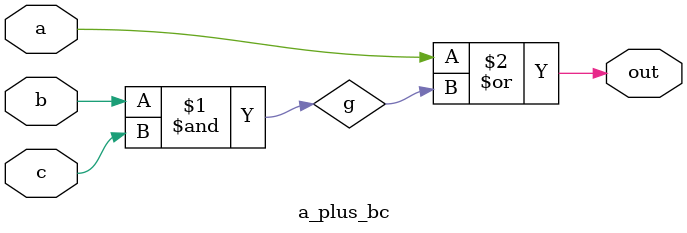
<source format=v>
module a_plus_bc(out,a,b,c);
	input a,b,c;
	output out;
	wire g;
	and G1 (g,b,c);
	or G2 (out,a,g);
endmodule
</source>
